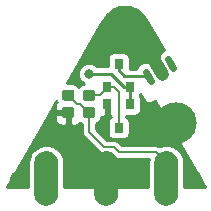
<source format=gbr>
G04 #@! TF.GenerationSoftware,KiCad,Pcbnew,5.0.1-33cea8e~68~ubuntu18.04.1*
G04 #@! TF.CreationDate,2018-11-19T12:32:52+01:00*
G04 #@! TF.ProjectId,Lulu_star_213,4C756C755F737461725F3231332E6B69,2.1.2*
G04 #@! TF.SameCoordinates,Original*
G04 #@! TF.FileFunction,Copper,L1,Top*
G04 #@! TF.FilePolarity,Positive*
%FSLAX46Y46*%
G04 Gerber Fmt 4.6, Leading zero omitted, Abs format (unit mm)*
G04 Created by KiCad (PCBNEW 5.0.1-33cea8e~68~ubuntu18.04.1) date Mon 19 Nov 2018 12:32:52 PM CET*
%MOMM*%
%LPD*%
G01*
G04 APERTURE LIST*
G04 #@! TA.AperFunction,Conductor*
%ADD10C,0.100000*%
G04 #@! TD*
G04 #@! TA.AperFunction,SMDPad,CuDef*
%ADD11C,2.000000*%
G04 #@! TD*
G04 #@! TA.AperFunction,ComponentPad*
%ADD12C,2.000000*%
G04 #@! TD*
G04 #@! TA.AperFunction,SMDPad,CuDef*
%ADD13C,2.480000*%
G04 #@! TD*
G04 #@! TA.AperFunction,ViaPad*
%ADD14C,0.400000*%
G04 #@! TD*
G04 #@! TA.AperFunction,ViaPad*
%ADD15C,1.000000*%
G04 #@! TD*
G04 #@! TA.AperFunction,ComponentPad*
%ADD16C,0.600000*%
G04 #@! TD*
G04 #@! TA.AperFunction,Conductor*
%ADD17C,0.600000*%
G04 #@! TD*
G04 #@! TA.AperFunction,ComponentPad*
%ADD18C,1.100000*%
G04 #@! TD*
G04 #@! TA.AperFunction,Conductor*
%ADD19C,1.100000*%
G04 #@! TD*
G04 #@! TA.AperFunction,SMDPad,CuDef*
%ADD20C,0.950000*%
G04 #@! TD*
G04 #@! TA.AperFunction,SMDPad,CuDef*
%ADD21R,0.800000X0.900000*%
G04 #@! TD*
G04 #@! TA.AperFunction,BGAPad,CuDef*
%ADD22C,3.500000*%
G04 #@! TD*
G04 #@! TA.AperFunction,ViaPad*
%ADD23C,0.800000*%
G04 #@! TD*
G04 #@! TA.AperFunction,Conductor*
%ADD24C,0.250000*%
G04 #@! TD*
G04 #@! TA.AperFunction,Conductor*
%ADD25C,0.150000*%
G04 #@! TD*
G04 #@! TA.AperFunction,Conductor*
%ADD26C,0.254000*%
G04 #@! TD*
G04 APERTURE END LIST*
D10*
G04 #@! TO.N,/PWM*
G04 #@! TO.C,J1*
G36*
X75091518Y-41900815D02*
X75188591Y-41915215D01*
X75283786Y-41939060D01*
X75376184Y-41972120D01*
X75464898Y-42014079D01*
X75549071Y-42064530D01*
X75627894Y-42122990D01*
X75700608Y-42188893D01*
X75766511Y-42261607D01*
X75824971Y-42340430D01*
X75875422Y-42424603D01*
X75917381Y-42513317D01*
X75950441Y-42605715D01*
X75974286Y-42700910D01*
X75988686Y-42797983D01*
X75993501Y-42896000D01*
X75993501Y-45496000D01*
X75988686Y-45594017D01*
X75974286Y-45691090D01*
X75950441Y-45786285D01*
X75917381Y-45878683D01*
X75875422Y-45967397D01*
X75824971Y-46051570D01*
X75766511Y-46130393D01*
X75700608Y-46203107D01*
X75627894Y-46269010D01*
X75549071Y-46327470D01*
X75464898Y-46377921D01*
X75376184Y-46419880D01*
X75283786Y-46452940D01*
X75188591Y-46476785D01*
X75091518Y-46491185D01*
X74993501Y-46496000D01*
X74993499Y-46496000D01*
X74895482Y-46491185D01*
X74798409Y-46476785D01*
X74703214Y-46452940D01*
X74610816Y-46419880D01*
X74522102Y-46377921D01*
X74437929Y-46327470D01*
X74359106Y-46269010D01*
X74286392Y-46203107D01*
X74220489Y-46130393D01*
X74162029Y-46051570D01*
X74111578Y-45967397D01*
X74069619Y-45878683D01*
X74036559Y-45786285D01*
X74012714Y-45691090D01*
X73998314Y-45594017D01*
X73993499Y-45496000D01*
X73993499Y-42896000D01*
X73998314Y-42797983D01*
X74012714Y-42700910D01*
X74036559Y-42605715D01*
X74069619Y-42513317D01*
X74111578Y-42424603D01*
X74162029Y-42340430D01*
X74220489Y-42261607D01*
X74286392Y-42188893D01*
X74359106Y-42122990D01*
X74437929Y-42064530D01*
X74522102Y-42014079D01*
X74610816Y-41972120D01*
X74703214Y-41939060D01*
X74798409Y-41915215D01*
X74895482Y-41900815D01*
X74993499Y-41896000D01*
X74993501Y-41896000D01*
X75091518Y-41900815D01*
X75091518Y-41900815D01*
G37*
D11*
G04 #@! TD*
G04 #@! TO.P,J1,3*
G04 #@! TO.N,/PWM*
X74993500Y-44196000D03*
D12*
G04 #@! TO.P,J1,3*
G04 #@! TO.N,/PWM*
X74993500Y-42896000D03*
X74993500Y-45496000D03*
G04 #@! TO.P,J1,2*
G04 #@! TO.N,GND*
X69913500Y-42896000D03*
D10*
G04 #@! TD*
G04 #@! TO.N,GND*
G04 #@! TO.C,J1*
G36*
X70011518Y-41900815D02*
X70108591Y-41915215D01*
X70203786Y-41939060D01*
X70296184Y-41972120D01*
X70384898Y-42014079D01*
X70469071Y-42064530D01*
X70547894Y-42122990D01*
X70620608Y-42188893D01*
X70686511Y-42261607D01*
X70744971Y-42340430D01*
X70795422Y-42424603D01*
X70837381Y-42513317D01*
X70870441Y-42605715D01*
X70894286Y-42700910D01*
X70908686Y-42797983D01*
X70913501Y-42896000D01*
X70913501Y-45496000D01*
X70908686Y-45594017D01*
X70894286Y-45691090D01*
X70870441Y-45786285D01*
X70837381Y-45878683D01*
X70795422Y-45967397D01*
X70744971Y-46051570D01*
X70686511Y-46130393D01*
X70620608Y-46203107D01*
X70547894Y-46269010D01*
X70469071Y-46327470D01*
X70384898Y-46377921D01*
X70296184Y-46419880D01*
X70203786Y-46452940D01*
X70108591Y-46476785D01*
X70011518Y-46491185D01*
X69913501Y-46496000D01*
X69913499Y-46496000D01*
X69815482Y-46491185D01*
X69718409Y-46476785D01*
X69623214Y-46452940D01*
X69530816Y-46419880D01*
X69442102Y-46377921D01*
X69357929Y-46327470D01*
X69279106Y-46269010D01*
X69206392Y-46203107D01*
X69140489Y-46130393D01*
X69082029Y-46051570D01*
X69031578Y-45967397D01*
X68989619Y-45878683D01*
X68956559Y-45786285D01*
X68932714Y-45691090D01*
X68918314Y-45594017D01*
X68913499Y-45496000D01*
X68913499Y-42896000D01*
X68918314Y-42797983D01*
X68932714Y-42700910D01*
X68956559Y-42605715D01*
X68989619Y-42513317D01*
X69031578Y-42424603D01*
X69082029Y-42340430D01*
X69140489Y-42261607D01*
X69206392Y-42188893D01*
X69279106Y-42122990D01*
X69357929Y-42064530D01*
X69442102Y-42014079D01*
X69530816Y-41972120D01*
X69623214Y-41939060D01*
X69718409Y-41915215D01*
X69815482Y-41900815D01*
X69913499Y-41896000D01*
X69913501Y-41896000D01*
X70011518Y-41900815D01*
X70011518Y-41900815D01*
G37*
D11*
G04 #@! TO.P,J1,2*
G04 #@! TO.N,GND*
X69913500Y-44196000D03*
D12*
X69913500Y-45496000D03*
D10*
G04 #@! TD*
G04 #@! TO.N,+3V3*
G04 #@! TO.C,J1*
G36*
X64931518Y-41900815D02*
X65028591Y-41915215D01*
X65123786Y-41939060D01*
X65216184Y-41972120D01*
X65304898Y-42014079D01*
X65389071Y-42064530D01*
X65467894Y-42122990D01*
X65540608Y-42188893D01*
X65606511Y-42261607D01*
X65664971Y-42340430D01*
X65715422Y-42424603D01*
X65757381Y-42513317D01*
X65790441Y-42605715D01*
X65814286Y-42700910D01*
X65828686Y-42797983D01*
X65833501Y-42896000D01*
X65833501Y-45496000D01*
X65828686Y-45594017D01*
X65814286Y-45691090D01*
X65790441Y-45786285D01*
X65757381Y-45878683D01*
X65715422Y-45967397D01*
X65664971Y-46051570D01*
X65606511Y-46130393D01*
X65540608Y-46203107D01*
X65467894Y-46269010D01*
X65389071Y-46327470D01*
X65304898Y-46377921D01*
X65216184Y-46419880D01*
X65123786Y-46452940D01*
X65028591Y-46476785D01*
X64931518Y-46491185D01*
X64833501Y-46496000D01*
X64833499Y-46496000D01*
X64735482Y-46491185D01*
X64638409Y-46476785D01*
X64543214Y-46452940D01*
X64450816Y-46419880D01*
X64362102Y-46377921D01*
X64277929Y-46327470D01*
X64199106Y-46269010D01*
X64126392Y-46203107D01*
X64060489Y-46130393D01*
X64002029Y-46051570D01*
X63951578Y-45967397D01*
X63909619Y-45878683D01*
X63876559Y-45786285D01*
X63852714Y-45691090D01*
X63838314Y-45594017D01*
X63833499Y-45496000D01*
X63833499Y-42896000D01*
X63838314Y-42797983D01*
X63852714Y-42700910D01*
X63876559Y-42605715D01*
X63909619Y-42513317D01*
X63951578Y-42424603D01*
X64002029Y-42340430D01*
X64060489Y-42261607D01*
X64126392Y-42188893D01*
X64199106Y-42122990D01*
X64277929Y-42064530D01*
X64362102Y-42014079D01*
X64450816Y-41972120D01*
X64543214Y-41939060D01*
X64638409Y-41915215D01*
X64735482Y-41900815D01*
X64833499Y-41896000D01*
X64833501Y-41896000D01*
X64931518Y-41900815D01*
X64931518Y-41900815D01*
G37*
D11*
G04 #@! TO.P,J1,1*
G04 #@! TO.N,+3V3*
X64833500Y-44196000D03*
D12*
X64833500Y-45496000D03*
X64833500Y-42896000D03*
G04 #@! TD*
D13*
G04 #@! TO.P,LED1,*
G04 #@! TO.N,GND*
X71513393Y-31356160D03*
D10*
G04 #@! TD*
G04 #@! TO.N,GND*
G04 #@! TO.C,LED1*
G36*
X71057673Y-30202938D02*
X71172903Y-30163823D01*
X71291412Y-30136191D01*
X71412058Y-30120307D01*
X71533681Y-30116327D01*
X71655109Y-30124285D01*
X71775171Y-30144108D01*
X71892712Y-30175603D01*
X72006601Y-30218467D01*
X72115739Y-30272289D01*
X72219078Y-30336548D01*
X72315619Y-30410626D01*
X72404435Y-30493811D01*
X72484669Y-30585301D01*
X72555549Y-30684215D01*
X72578657Y-30724239D01*
X72583935Y-30721191D01*
X74514335Y-34064742D01*
X73546465Y-34623542D01*
X72239374Y-32359594D01*
X72185338Y-32398316D01*
X72079954Y-32459160D01*
X71969113Y-32509382D01*
X71853883Y-32548497D01*
X71735374Y-32576129D01*
X71614728Y-32592013D01*
X71493105Y-32595993D01*
X71371677Y-32588035D01*
X71251615Y-32568212D01*
X71134074Y-32536717D01*
X71020185Y-32493853D01*
X70911047Y-32440031D01*
X70807708Y-32375772D01*
X70711167Y-32301694D01*
X70622351Y-32218509D01*
X70542117Y-32127019D01*
X70471237Y-32028105D01*
X70410393Y-31922721D01*
X70360171Y-31811880D01*
X70321056Y-31696650D01*
X70293424Y-31578141D01*
X70277540Y-31457495D01*
X70273560Y-31335872D01*
X70281518Y-31214444D01*
X70301341Y-31094382D01*
X70332836Y-30976841D01*
X70375700Y-30862952D01*
X70429522Y-30753814D01*
X70493781Y-30650475D01*
X70567859Y-30553934D01*
X70651044Y-30465118D01*
X70742534Y-30384884D01*
X70841448Y-30314004D01*
X70946832Y-30253160D01*
X71057673Y-30202938D01*
X71057673Y-30202938D01*
G37*
D14*
G04 #@! TO.N,GND*
G04 #@! TO.C,LED1*
X70765494Y-31787959D03*
D15*
X71513393Y-31356160D03*
D16*
G04 #@! TD*
G04 #@! TO.P,LED1,2*
G04 #@! TO.N,+3V3*
X75367628Y-34460289D03*
D17*
G04 #@! TO.N,+3V3*
G04 #@! TO.C,LED1*
X75142628Y-34070578D02*
X75592628Y-34850000D01*
D16*
G04 #@! TD*
G04 #@! TO.P,LED1,1*
G04 #@! TO.N,Net-(LED1-Pad1)*
X73462372Y-35560289D03*
D17*
G04 #@! TO.N,Net-(LED1-Pad1)*
G04 #@! TO.C,LED1*
X73237372Y-35170578D02*
X73687372Y-35950000D01*
D18*
G04 #@! TD*
G04 #@! TO.P,LED1,3*
G04 #@! TO.N,GND*
X74340000Y-34880385D03*
D19*
G04 #@! TO.N,GND*
G04 #@! TO.C,LED1*
X74040000Y-34360770D02*
X74640000Y-35400000D01*
D14*
X72250295Y-30930709D03*
X71944230Y-32102389D03*
X71086980Y-30617588D03*
X71727706Y-30533980D03*
X71283961Y-32190059D03*
X72339789Y-31578904D03*
X70683710Y-31135159D03*
G04 #@! TD*
D10*
G04 #@! TO.N,/PWM*
G04 #@! TO.C,R3*
G36*
X68754859Y-38154464D02*
X68777914Y-38157883D01*
X68800523Y-38163547D01*
X68822467Y-38171399D01*
X68843537Y-38181364D01*
X68863528Y-38193346D01*
X68882248Y-38207230D01*
X68899518Y-38222882D01*
X68915170Y-38240152D01*
X68929054Y-38258872D01*
X68941036Y-38278863D01*
X68951001Y-38299933D01*
X68958853Y-38321877D01*
X68964517Y-38344486D01*
X68967936Y-38367541D01*
X68969080Y-38390820D01*
X68969080Y-38865820D01*
X68967936Y-38889099D01*
X68964517Y-38912154D01*
X68958853Y-38934763D01*
X68951001Y-38956707D01*
X68941036Y-38977777D01*
X68929054Y-38997768D01*
X68915170Y-39016488D01*
X68899518Y-39033758D01*
X68882248Y-39049410D01*
X68863528Y-39063294D01*
X68843537Y-39075276D01*
X68822467Y-39085241D01*
X68800523Y-39093093D01*
X68777914Y-39098757D01*
X68754859Y-39102176D01*
X68731580Y-39103320D01*
X68156580Y-39103320D01*
X68133301Y-39102176D01*
X68110246Y-39098757D01*
X68087637Y-39093093D01*
X68065693Y-39085241D01*
X68044623Y-39075276D01*
X68024632Y-39063294D01*
X68005912Y-39049410D01*
X67988642Y-39033758D01*
X67972990Y-39016488D01*
X67959106Y-38997768D01*
X67947124Y-38977777D01*
X67937159Y-38956707D01*
X67929307Y-38934763D01*
X67923643Y-38912154D01*
X67920224Y-38889099D01*
X67919080Y-38865820D01*
X67919080Y-38390820D01*
X67920224Y-38367541D01*
X67923643Y-38344486D01*
X67929307Y-38321877D01*
X67937159Y-38299933D01*
X67947124Y-38278863D01*
X67959106Y-38258872D01*
X67972990Y-38240152D01*
X67988642Y-38222882D01*
X68005912Y-38207230D01*
X68024632Y-38193346D01*
X68044623Y-38181364D01*
X68065693Y-38171399D01*
X68087637Y-38163547D01*
X68110246Y-38157883D01*
X68133301Y-38154464D01*
X68156580Y-38153320D01*
X68731580Y-38153320D01*
X68754859Y-38154464D01*
X68754859Y-38154464D01*
G37*
D20*
G04 #@! TD*
G04 #@! TO.P,R3,1*
G04 #@! TO.N,/PWM*
X68444080Y-38628320D03*
D10*
G04 #@! TO.N,GND*
G04 #@! TO.C,R3*
G36*
X67004859Y-38154464D02*
X67027914Y-38157883D01*
X67050523Y-38163547D01*
X67072467Y-38171399D01*
X67093537Y-38181364D01*
X67113528Y-38193346D01*
X67132248Y-38207230D01*
X67149518Y-38222882D01*
X67165170Y-38240152D01*
X67179054Y-38258872D01*
X67191036Y-38278863D01*
X67201001Y-38299933D01*
X67208853Y-38321877D01*
X67214517Y-38344486D01*
X67217936Y-38367541D01*
X67219080Y-38390820D01*
X67219080Y-38865820D01*
X67217936Y-38889099D01*
X67214517Y-38912154D01*
X67208853Y-38934763D01*
X67201001Y-38956707D01*
X67191036Y-38977777D01*
X67179054Y-38997768D01*
X67165170Y-39016488D01*
X67149518Y-39033758D01*
X67132248Y-39049410D01*
X67113528Y-39063294D01*
X67093537Y-39075276D01*
X67072467Y-39085241D01*
X67050523Y-39093093D01*
X67027914Y-39098757D01*
X67004859Y-39102176D01*
X66981580Y-39103320D01*
X66406580Y-39103320D01*
X66383301Y-39102176D01*
X66360246Y-39098757D01*
X66337637Y-39093093D01*
X66315693Y-39085241D01*
X66294623Y-39075276D01*
X66274632Y-39063294D01*
X66255912Y-39049410D01*
X66238642Y-39033758D01*
X66222990Y-39016488D01*
X66209106Y-38997768D01*
X66197124Y-38977777D01*
X66187159Y-38956707D01*
X66179307Y-38934763D01*
X66173643Y-38912154D01*
X66170224Y-38889099D01*
X66169080Y-38865820D01*
X66169080Y-38390820D01*
X66170224Y-38367541D01*
X66173643Y-38344486D01*
X66179307Y-38321877D01*
X66187159Y-38299933D01*
X66197124Y-38278863D01*
X66209106Y-38258872D01*
X66222990Y-38240152D01*
X66238642Y-38222882D01*
X66255912Y-38207230D01*
X66274632Y-38193346D01*
X66294623Y-38181364D01*
X66315693Y-38171399D01*
X66337637Y-38163547D01*
X66360246Y-38157883D01*
X66383301Y-38154464D01*
X66406580Y-38153320D01*
X66981580Y-38153320D01*
X67004859Y-38154464D01*
X67004859Y-38154464D01*
G37*
D20*
G04 #@! TD*
G04 #@! TO.P,R3,2*
G04 #@! TO.N,GND*
X66694080Y-38628320D03*
D21*
G04 #@! TO.P,T1,1*
G04 #@! TO.N,Net-(Q1-Pad2)*
X71902360Y-37928040D03*
G04 #@! TO.P,T1,2*
G04 #@! TO.N,GND*
X70002360Y-37928040D03*
G04 #@! TO.P,T1,3*
G04 #@! TO.N,Net-(Q1-Pad1)*
X70952360Y-39928040D03*
G04 #@! TD*
G04 #@! TO.P,Q1,3*
G04 #@! TO.N,Net-(LED1-Pad1)*
X70952360Y-34508519D03*
G04 #@! TO.P,Q1,2*
G04 #@! TO.N,Net-(Q1-Pad2)*
X71902360Y-36508519D03*
G04 #@! TO.P,Q1,1*
G04 #@! TO.N,Net-(Q1-Pad1)*
X70002360Y-36508519D03*
G04 #@! TD*
D10*
G04 #@! TO.N,Net-(Q1-Pad1)*
G04 #@! TO.C,R1*
G36*
X68754859Y-36691424D02*
X68777914Y-36694843D01*
X68800523Y-36700507D01*
X68822467Y-36708359D01*
X68843537Y-36718324D01*
X68863528Y-36730306D01*
X68882248Y-36744190D01*
X68899518Y-36759842D01*
X68915170Y-36777112D01*
X68929054Y-36795832D01*
X68941036Y-36815823D01*
X68951001Y-36836893D01*
X68958853Y-36858837D01*
X68964517Y-36881446D01*
X68967936Y-36904501D01*
X68969080Y-36927780D01*
X68969080Y-37402780D01*
X68967936Y-37426059D01*
X68964517Y-37449114D01*
X68958853Y-37471723D01*
X68951001Y-37493667D01*
X68941036Y-37514737D01*
X68929054Y-37534728D01*
X68915170Y-37553448D01*
X68899518Y-37570718D01*
X68882248Y-37586370D01*
X68863528Y-37600254D01*
X68843537Y-37612236D01*
X68822467Y-37622201D01*
X68800523Y-37630053D01*
X68777914Y-37635717D01*
X68754859Y-37639136D01*
X68731580Y-37640280D01*
X68156580Y-37640280D01*
X68133301Y-37639136D01*
X68110246Y-37635717D01*
X68087637Y-37630053D01*
X68065693Y-37622201D01*
X68044623Y-37612236D01*
X68024632Y-37600254D01*
X68005912Y-37586370D01*
X67988642Y-37570718D01*
X67972990Y-37553448D01*
X67959106Y-37534728D01*
X67947124Y-37514737D01*
X67937159Y-37493667D01*
X67929307Y-37471723D01*
X67923643Y-37449114D01*
X67920224Y-37426059D01*
X67919080Y-37402780D01*
X67919080Y-36927780D01*
X67920224Y-36904501D01*
X67923643Y-36881446D01*
X67929307Y-36858837D01*
X67937159Y-36836893D01*
X67947124Y-36815823D01*
X67959106Y-36795832D01*
X67972990Y-36777112D01*
X67988642Y-36759842D01*
X68005912Y-36744190D01*
X68024632Y-36730306D01*
X68044623Y-36718324D01*
X68065693Y-36708359D01*
X68087637Y-36700507D01*
X68110246Y-36694843D01*
X68133301Y-36691424D01*
X68156580Y-36690280D01*
X68731580Y-36690280D01*
X68754859Y-36691424D01*
X68754859Y-36691424D01*
G37*
D20*
G04 #@! TD*
G04 #@! TO.P,R1,1*
G04 #@! TO.N,Net-(Q1-Pad1)*
X68444080Y-37165280D03*
D10*
G04 #@! TO.N,/PWM*
G04 #@! TO.C,R1*
G36*
X67004859Y-36691424D02*
X67027914Y-36694843D01*
X67050523Y-36700507D01*
X67072467Y-36708359D01*
X67093537Y-36718324D01*
X67113528Y-36730306D01*
X67132248Y-36744190D01*
X67149518Y-36759842D01*
X67165170Y-36777112D01*
X67179054Y-36795832D01*
X67191036Y-36815823D01*
X67201001Y-36836893D01*
X67208853Y-36858837D01*
X67214517Y-36881446D01*
X67217936Y-36904501D01*
X67219080Y-36927780D01*
X67219080Y-37402780D01*
X67217936Y-37426059D01*
X67214517Y-37449114D01*
X67208853Y-37471723D01*
X67201001Y-37493667D01*
X67191036Y-37514737D01*
X67179054Y-37534728D01*
X67165170Y-37553448D01*
X67149518Y-37570718D01*
X67132248Y-37586370D01*
X67113528Y-37600254D01*
X67093537Y-37612236D01*
X67072467Y-37622201D01*
X67050523Y-37630053D01*
X67027914Y-37635717D01*
X67004859Y-37639136D01*
X66981580Y-37640280D01*
X66406580Y-37640280D01*
X66383301Y-37639136D01*
X66360246Y-37635717D01*
X66337637Y-37630053D01*
X66315693Y-37622201D01*
X66294623Y-37612236D01*
X66274632Y-37600254D01*
X66255912Y-37586370D01*
X66238642Y-37570718D01*
X66222990Y-37553448D01*
X66209106Y-37534728D01*
X66197124Y-37514737D01*
X66187159Y-37493667D01*
X66179307Y-37471723D01*
X66173643Y-37449114D01*
X66170224Y-37426059D01*
X66169080Y-37402780D01*
X66169080Y-36927780D01*
X66170224Y-36904501D01*
X66173643Y-36881446D01*
X66179307Y-36858837D01*
X66187159Y-36836893D01*
X66197124Y-36815823D01*
X66209106Y-36795832D01*
X66222990Y-36777112D01*
X66238642Y-36759842D01*
X66255912Y-36744190D01*
X66274632Y-36730306D01*
X66294623Y-36718324D01*
X66315693Y-36708359D01*
X66337637Y-36700507D01*
X66360246Y-36694843D01*
X66383301Y-36691424D01*
X66406580Y-36690280D01*
X66981580Y-36690280D01*
X67004859Y-36691424D01*
X67004859Y-36691424D01*
G37*
D20*
G04 #@! TD*
G04 #@! TO.P,R1,2*
G04 #@! TO.N,/PWM*
X66694080Y-37165280D03*
D22*
G04 #@! TO.P,P1,*
G04 #@! TO.N,GND*
X75800000Y-39550000D03*
G04 #@! TD*
D23*
G04 #@! TO.N,Net-(Q1-Pad2)*
X68450460Y-35364420D03*
D15*
G04 #@! TO.N,GND*
X67373500Y-44180000D03*
X77533500Y-44180000D03*
X62293500Y-44180000D03*
X72453500Y-44180000D03*
D23*
X73804780Y-40772080D03*
G04 #@! TD*
D24*
G04 #@! TO.N,Net-(Q1-Pad2)*
X71902360Y-36508519D02*
X71902360Y-37928040D01*
X71437362Y-36508519D02*
X71902360Y-36508519D01*
X68450460Y-35364420D02*
X68620640Y-35194240D01*
X70293263Y-35364420D02*
X68450460Y-35364420D01*
X71437362Y-36508519D02*
X70293263Y-35364420D01*
D25*
G04 #@! TO.N,Net-(Q1-Pad1)*
X69886706Y-36508519D02*
X70002360Y-36508519D01*
X70002360Y-36508519D02*
X70002360Y-36558519D01*
X70952360Y-39328040D02*
X70952360Y-39928040D01*
X70952360Y-36908519D02*
X70952360Y-39328040D01*
X70002360Y-36508519D02*
X70552360Y-36508519D01*
X70552360Y-36508519D02*
X70952360Y-36908519D01*
X69345599Y-37165280D02*
X70002360Y-36508519D01*
X68444080Y-37165280D02*
X69345599Y-37165280D01*
G04 #@! TO.N,/PWM*
X66694080Y-37165280D02*
X67423060Y-37894260D01*
X67710020Y-37894260D02*
X68444080Y-38628320D01*
X67423060Y-37894260D02*
X67710020Y-37894260D01*
X68444080Y-40260240D02*
X68444080Y-38628320D01*
X70578980Y-41569640D02*
X69753480Y-41569640D01*
X71000620Y-41991280D02*
X70578980Y-41569640D01*
X74993500Y-42896000D02*
X74088780Y-41991280D01*
X69753480Y-41569640D02*
X68444080Y-40260240D01*
X74088780Y-41991280D02*
X71000620Y-41991280D01*
D24*
G04 #@! TO.N,Net-(LED1-Pad1)*
X71452580Y-35570000D02*
X73430000Y-35570000D01*
X70952360Y-34508519D02*
X70952360Y-35069780D01*
X70952360Y-35069780D02*
X71452580Y-35570000D01*
G04 #@! TO.N,+3V3*
X65398000Y-43758000D02*
X65398000Y-42488000D01*
G04 #@! TD*
D26*
G04 #@! TO.N,GND*
G36*
X73075906Y-37571868D02*
X73087389Y-37597185D01*
X73116911Y-37638349D01*
X73146419Y-37680003D01*
X73147559Y-37681082D01*
X73148463Y-37682343D01*
X73185461Y-37716969D01*
X73222516Y-37752054D01*
X73223838Y-37752886D01*
X73224976Y-37753951D01*
X73268130Y-37780763D01*
X73311206Y-37807874D01*
X73312664Y-37808432D01*
X73313989Y-37809255D01*
X73361569Y-37827142D01*
X73409082Y-37845320D01*
X73410621Y-37845583D01*
X73412082Y-37846132D01*
X73462268Y-37854397D01*
X73512384Y-37862951D01*
X73513944Y-37862908D01*
X73515484Y-37863162D01*
X73566281Y-37861480D01*
X73617139Y-37860091D01*
X73618662Y-37859745D01*
X73620219Y-37859693D01*
X73669708Y-37848134D01*
X73719324Y-37836848D01*
X73720748Y-37836212D01*
X73722268Y-37835857D01*
X73768630Y-37814830D01*
X73815011Y-37794117D01*
X73837699Y-37778045D01*
X74028187Y-37667968D01*
X78235672Y-44955920D01*
X76523050Y-44955920D01*
X76523050Y-42896000D01*
X76520500Y-42870110D01*
X76520500Y-42745604D01*
X76496210Y-42623486D01*
X76493660Y-42597600D01*
X76486110Y-42572711D01*
X76461819Y-42450590D01*
X76414170Y-42335555D01*
X76406620Y-42310667D01*
X76394359Y-42287728D01*
X76346710Y-42172694D01*
X76277538Y-42069170D01*
X76265275Y-42046228D01*
X76248773Y-42026120D01*
X76179599Y-41922594D01*
X76091550Y-41834545D01*
X76075055Y-41814446D01*
X76054956Y-41797951D01*
X75966906Y-41709901D01*
X75863379Y-41640727D01*
X75843273Y-41624226D01*
X75820333Y-41611964D01*
X75716806Y-41542790D01*
X75601768Y-41495139D01*
X75578834Y-41482881D01*
X75553951Y-41475333D01*
X75438910Y-41427681D01*
X75316783Y-41403389D01*
X75291901Y-41395841D01*
X75266023Y-41393292D01*
X75143896Y-41369000D01*
X75019381Y-41369000D01*
X74993501Y-41366451D01*
X74993499Y-41366451D01*
X74967619Y-41369000D01*
X74843104Y-41369000D01*
X74720977Y-41393292D01*
X74695099Y-41395841D01*
X74670217Y-41403389D01*
X74548090Y-41427681D01*
X74433049Y-41475333D01*
X74412326Y-41481619D01*
X74320270Y-41432414D01*
X74206792Y-41397991D01*
X74118346Y-41389280D01*
X74118336Y-41389280D01*
X74088780Y-41386369D01*
X74059224Y-41389280D01*
X71249976Y-41389280D01*
X71025568Y-41164873D01*
X71006717Y-41141903D01*
X70915051Y-41066674D01*
X70810470Y-41010774D01*
X70696992Y-40976351D01*
X70608546Y-40967640D01*
X70608536Y-40967640D01*
X70578980Y-40964729D01*
X70549424Y-40967640D01*
X70002837Y-40967640D01*
X69046080Y-40010885D01*
X69046080Y-39563276D01*
X69157730Y-39503598D01*
X69273966Y-39408206D01*
X69369358Y-39291970D01*
X69440241Y-39159357D01*
X69483890Y-39015464D01*
X69485199Y-39002175D01*
X69539818Y-39013040D01*
X69716610Y-39013040D01*
X69875360Y-38854290D01*
X69875360Y-38055040D01*
X69855360Y-38055040D01*
X69855360Y-37801040D01*
X69875360Y-37801040D01*
X69875360Y-37781040D01*
X70129360Y-37781040D01*
X70129360Y-37801040D01*
X70149360Y-37801040D01*
X70149360Y-38055040D01*
X70129360Y-38055040D01*
X70129360Y-38854290D01*
X70288110Y-39013040D01*
X70304361Y-39013040D01*
X70258158Y-39037736D01*
X70177912Y-39103592D01*
X70112056Y-39183838D01*
X70063121Y-39275390D01*
X70032986Y-39374730D01*
X70022811Y-39478040D01*
X70022811Y-40378040D01*
X70032986Y-40481350D01*
X70063121Y-40580690D01*
X70112056Y-40672242D01*
X70177912Y-40752488D01*
X70258158Y-40818344D01*
X70349710Y-40867279D01*
X70449050Y-40897414D01*
X70552360Y-40907589D01*
X71352360Y-40907589D01*
X71455670Y-40897414D01*
X71555010Y-40867279D01*
X71646562Y-40818344D01*
X71726808Y-40752488D01*
X71792664Y-40672242D01*
X71841599Y-40580690D01*
X71871734Y-40481350D01*
X71881909Y-40378040D01*
X71881909Y-39478040D01*
X71871734Y-39374730D01*
X71841599Y-39275390D01*
X71792664Y-39183838D01*
X71726808Y-39103592D01*
X71646562Y-39037736D01*
X71555010Y-38988801D01*
X71554360Y-38988604D01*
X71554360Y-38907589D01*
X72302360Y-38907589D01*
X72405670Y-38897414D01*
X72505010Y-38867279D01*
X72596562Y-38818344D01*
X72676808Y-38752488D01*
X72742664Y-38672242D01*
X72791599Y-38580690D01*
X72821734Y-38481350D01*
X72831909Y-38378040D01*
X72831909Y-37478040D01*
X72821734Y-37374730D01*
X72791599Y-37275390D01*
X72761073Y-37218280D01*
X72791599Y-37161169D01*
X72809016Y-37103754D01*
X73075906Y-37571868D01*
X73075906Y-37571868D01*
G37*
X73075906Y-37571868D02*
X73087389Y-37597185D01*
X73116911Y-37638349D01*
X73146419Y-37680003D01*
X73147559Y-37681082D01*
X73148463Y-37682343D01*
X73185461Y-37716969D01*
X73222516Y-37752054D01*
X73223838Y-37752886D01*
X73224976Y-37753951D01*
X73268130Y-37780763D01*
X73311206Y-37807874D01*
X73312664Y-37808432D01*
X73313989Y-37809255D01*
X73361569Y-37827142D01*
X73409082Y-37845320D01*
X73410621Y-37845583D01*
X73412082Y-37846132D01*
X73462268Y-37854397D01*
X73512384Y-37862951D01*
X73513944Y-37862908D01*
X73515484Y-37863162D01*
X73566281Y-37861480D01*
X73617139Y-37860091D01*
X73618662Y-37859745D01*
X73620219Y-37859693D01*
X73669708Y-37848134D01*
X73719324Y-37836848D01*
X73720748Y-37836212D01*
X73722268Y-37835857D01*
X73768630Y-37814830D01*
X73815011Y-37794117D01*
X73837699Y-37778045D01*
X74028187Y-37667968D01*
X78235672Y-44955920D01*
X76523050Y-44955920D01*
X76523050Y-42896000D01*
X76520500Y-42870110D01*
X76520500Y-42745604D01*
X76496210Y-42623486D01*
X76493660Y-42597600D01*
X76486110Y-42572711D01*
X76461819Y-42450590D01*
X76414170Y-42335555D01*
X76406620Y-42310667D01*
X76394359Y-42287728D01*
X76346710Y-42172694D01*
X76277538Y-42069170D01*
X76265275Y-42046228D01*
X76248773Y-42026120D01*
X76179599Y-41922594D01*
X76091550Y-41834545D01*
X76075055Y-41814446D01*
X76054956Y-41797951D01*
X75966906Y-41709901D01*
X75863379Y-41640727D01*
X75843273Y-41624226D01*
X75820333Y-41611964D01*
X75716806Y-41542790D01*
X75601768Y-41495139D01*
X75578834Y-41482881D01*
X75553951Y-41475333D01*
X75438910Y-41427681D01*
X75316783Y-41403389D01*
X75291901Y-41395841D01*
X75266023Y-41393292D01*
X75143896Y-41369000D01*
X75019381Y-41369000D01*
X74993501Y-41366451D01*
X74993499Y-41366451D01*
X74967619Y-41369000D01*
X74843104Y-41369000D01*
X74720977Y-41393292D01*
X74695099Y-41395841D01*
X74670217Y-41403389D01*
X74548090Y-41427681D01*
X74433049Y-41475333D01*
X74412326Y-41481619D01*
X74320270Y-41432414D01*
X74206792Y-41397991D01*
X74118346Y-41389280D01*
X74118336Y-41389280D01*
X74088780Y-41386369D01*
X74059224Y-41389280D01*
X71249976Y-41389280D01*
X71025568Y-41164873D01*
X71006717Y-41141903D01*
X70915051Y-41066674D01*
X70810470Y-41010774D01*
X70696992Y-40976351D01*
X70608546Y-40967640D01*
X70608536Y-40967640D01*
X70578980Y-40964729D01*
X70549424Y-40967640D01*
X70002837Y-40967640D01*
X69046080Y-40010885D01*
X69046080Y-39563276D01*
X69157730Y-39503598D01*
X69273966Y-39408206D01*
X69369358Y-39291970D01*
X69440241Y-39159357D01*
X69483890Y-39015464D01*
X69485199Y-39002175D01*
X69539818Y-39013040D01*
X69716610Y-39013040D01*
X69875360Y-38854290D01*
X69875360Y-38055040D01*
X69855360Y-38055040D01*
X69855360Y-37801040D01*
X69875360Y-37801040D01*
X69875360Y-37781040D01*
X70129360Y-37781040D01*
X70129360Y-37801040D01*
X70149360Y-37801040D01*
X70149360Y-38055040D01*
X70129360Y-38055040D01*
X70129360Y-38854290D01*
X70288110Y-39013040D01*
X70304361Y-39013040D01*
X70258158Y-39037736D01*
X70177912Y-39103592D01*
X70112056Y-39183838D01*
X70063121Y-39275390D01*
X70032986Y-39374730D01*
X70022811Y-39478040D01*
X70022811Y-40378040D01*
X70032986Y-40481350D01*
X70063121Y-40580690D01*
X70112056Y-40672242D01*
X70177912Y-40752488D01*
X70258158Y-40818344D01*
X70349710Y-40867279D01*
X70449050Y-40897414D01*
X70552360Y-40907589D01*
X71352360Y-40907589D01*
X71455670Y-40897414D01*
X71555010Y-40867279D01*
X71646562Y-40818344D01*
X71726808Y-40752488D01*
X71792664Y-40672242D01*
X71841599Y-40580690D01*
X71871734Y-40481350D01*
X71881909Y-40378040D01*
X71881909Y-39478040D01*
X71871734Y-39374730D01*
X71841599Y-39275390D01*
X71792664Y-39183838D01*
X71726808Y-39103592D01*
X71646562Y-39037736D01*
X71555010Y-38988801D01*
X71554360Y-38988604D01*
X71554360Y-38907589D01*
X72302360Y-38907589D01*
X72405670Y-38897414D01*
X72505010Y-38867279D01*
X72596562Y-38818344D01*
X72676808Y-38752488D01*
X72742664Y-38672242D01*
X72791599Y-38580690D01*
X72821734Y-38481350D01*
X72831909Y-38378040D01*
X72831909Y-37478040D01*
X72821734Y-37374730D01*
X72791599Y-37275390D01*
X72761073Y-37218280D01*
X72791599Y-37161169D01*
X72809016Y-37103754D01*
X73075906Y-37571868D01*
G36*
X65697919Y-37696317D02*
X65708417Y-37715957D01*
X65675843Y-37748531D01*
X65606350Y-37852535D01*
X65558483Y-37968097D01*
X65534080Y-38090778D01*
X65534080Y-38342570D01*
X65692830Y-38501320D01*
X66567080Y-38501320D01*
X66567080Y-38481320D01*
X66821080Y-38481320D01*
X66821080Y-38501320D01*
X66841080Y-38501320D01*
X66841080Y-38755320D01*
X66821080Y-38755320D01*
X66821080Y-39579570D01*
X66979830Y-39738320D01*
X67281622Y-39738320D01*
X67404303Y-39713917D01*
X67519865Y-39666050D01*
X67623869Y-39596557D01*
X67712317Y-39508109D01*
X67720678Y-39495595D01*
X67730430Y-39503598D01*
X67842080Y-39563276D01*
X67842080Y-40230683D01*
X67839169Y-40260240D01*
X67842080Y-40289796D01*
X67842080Y-40289805D01*
X67850791Y-40378251D01*
X67885214Y-40491729D01*
X67941114Y-40596310D01*
X68016343Y-40687977D01*
X68039314Y-40706829D01*
X69306900Y-41974417D01*
X69325743Y-41997377D01*
X69348703Y-42016220D01*
X69348707Y-42016224D01*
X69404396Y-42061926D01*
X69417409Y-42072606D01*
X69521990Y-42128506D01*
X69635468Y-42162929D01*
X69723914Y-42171640D01*
X69723923Y-42171640D01*
X69753479Y-42174551D01*
X69783036Y-42171640D01*
X70329625Y-42171640D01*
X70554035Y-42396051D01*
X70572883Y-42419017D01*
X70664549Y-42494246D01*
X70769130Y-42550146D01*
X70882608Y-42584569D01*
X70971054Y-42593280D01*
X70971063Y-42593280D01*
X71000619Y-42596191D01*
X71030176Y-42593280D01*
X73494650Y-42593280D01*
X73493340Y-42597600D01*
X73490790Y-42623486D01*
X73466500Y-42745604D01*
X73466500Y-42870110D01*
X73463950Y-42896000D01*
X73463950Y-44955920D01*
X66363050Y-44955920D01*
X66363050Y-42896000D01*
X66360500Y-42870110D01*
X66360500Y-42745604D01*
X66336210Y-42623486D01*
X66333660Y-42597600D01*
X66326110Y-42572711D01*
X66301819Y-42450590D01*
X66254170Y-42335555D01*
X66246620Y-42310667D01*
X66234359Y-42287728D01*
X66186710Y-42172694D01*
X66117538Y-42069170D01*
X66105275Y-42046228D01*
X66088773Y-42026120D01*
X66019599Y-41922594D01*
X65931550Y-41834545D01*
X65915055Y-41814446D01*
X65894956Y-41797951D01*
X65806906Y-41709901D01*
X65703379Y-41640727D01*
X65683273Y-41624226D01*
X65660333Y-41611964D01*
X65556806Y-41542790D01*
X65441768Y-41495139D01*
X65418834Y-41482881D01*
X65393951Y-41475333D01*
X65278910Y-41427681D01*
X65156783Y-41403389D01*
X65131901Y-41395841D01*
X65106023Y-41393292D01*
X64983896Y-41369000D01*
X64859381Y-41369000D01*
X64833501Y-41366451D01*
X64833499Y-41366451D01*
X64807619Y-41369000D01*
X64683104Y-41369000D01*
X64560977Y-41393292D01*
X64535099Y-41395841D01*
X64510217Y-41403389D01*
X64388090Y-41427681D01*
X64273049Y-41475333D01*
X64248166Y-41482881D01*
X64225232Y-41495139D01*
X64110194Y-41542790D01*
X64006667Y-41611964D01*
X63983727Y-41624226D01*
X63963621Y-41640727D01*
X63860094Y-41709901D01*
X63772044Y-41797951D01*
X63751945Y-41814446D01*
X63735450Y-41834545D01*
X63647401Y-41922594D01*
X63578227Y-42026120D01*
X63561725Y-42046228D01*
X63549462Y-42069170D01*
X63480290Y-42172694D01*
X63432641Y-42287728D01*
X63420380Y-42310667D01*
X63412830Y-42335555D01*
X63365181Y-42450590D01*
X63340890Y-42572711D01*
X63333340Y-42597600D01*
X63330790Y-42623486D01*
X63306500Y-42745604D01*
X63306500Y-42870110D01*
X63303950Y-42896000D01*
X63303950Y-44955920D01*
X61468100Y-44955920D01*
X64958409Y-38914070D01*
X65534080Y-38914070D01*
X65534080Y-39165862D01*
X65558483Y-39288543D01*
X65606350Y-39404105D01*
X65675843Y-39508109D01*
X65764291Y-39596557D01*
X65868295Y-39666050D01*
X65983857Y-39713917D01*
X66106538Y-39738320D01*
X66408330Y-39738320D01*
X66567080Y-39579570D01*
X66567080Y-38755320D01*
X65692830Y-38755320D01*
X65534080Y-38914070D01*
X64958409Y-38914070D01*
X65685515Y-37655425D01*
X65697919Y-37696317D01*
X65697919Y-37696317D01*
G37*
X65697919Y-37696317D02*
X65708417Y-37715957D01*
X65675843Y-37748531D01*
X65606350Y-37852535D01*
X65558483Y-37968097D01*
X65534080Y-38090778D01*
X65534080Y-38342570D01*
X65692830Y-38501320D01*
X66567080Y-38501320D01*
X66567080Y-38481320D01*
X66821080Y-38481320D01*
X66821080Y-38501320D01*
X66841080Y-38501320D01*
X66841080Y-38755320D01*
X66821080Y-38755320D01*
X66821080Y-39579570D01*
X66979830Y-39738320D01*
X67281622Y-39738320D01*
X67404303Y-39713917D01*
X67519865Y-39666050D01*
X67623869Y-39596557D01*
X67712317Y-39508109D01*
X67720678Y-39495595D01*
X67730430Y-39503598D01*
X67842080Y-39563276D01*
X67842080Y-40230683D01*
X67839169Y-40260240D01*
X67842080Y-40289796D01*
X67842080Y-40289805D01*
X67850791Y-40378251D01*
X67885214Y-40491729D01*
X67941114Y-40596310D01*
X68016343Y-40687977D01*
X68039314Y-40706829D01*
X69306900Y-41974417D01*
X69325743Y-41997377D01*
X69348703Y-42016220D01*
X69348707Y-42016224D01*
X69404396Y-42061926D01*
X69417409Y-42072606D01*
X69521990Y-42128506D01*
X69635468Y-42162929D01*
X69723914Y-42171640D01*
X69723923Y-42171640D01*
X69753479Y-42174551D01*
X69783036Y-42171640D01*
X70329625Y-42171640D01*
X70554035Y-42396051D01*
X70572883Y-42419017D01*
X70664549Y-42494246D01*
X70769130Y-42550146D01*
X70882608Y-42584569D01*
X70971054Y-42593280D01*
X70971063Y-42593280D01*
X71000619Y-42596191D01*
X71030176Y-42593280D01*
X73494650Y-42593280D01*
X73493340Y-42597600D01*
X73490790Y-42623486D01*
X73466500Y-42745604D01*
X73466500Y-42870110D01*
X73463950Y-42896000D01*
X73463950Y-44955920D01*
X66363050Y-44955920D01*
X66363050Y-42896000D01*
X66360500Y-42870110D01*
X66360500Y-42745604D01*
X66336210Y-42623486D01*
X66333660Y-42597600D01*
X66326110Y-42572711D01*
X66301819Y-42450590D01*
X66254170Y-42335555D01*
X66246620Y-42310667D01*
X66234359Y-42287728D01*
X66186710Y-42172694D01*
X66117538Y-42069170D01*
X66105275Y-42046228D01*
X66088773Y-42026120D01*
X66019599Y-41922594D01*
X65931550Y-41834545D01*
X65915055Y-41814446D01*
X65894956Y-41797951D01*
X65806906Y-41709901D01*
X65703379Y-41640727D01*
X65683273Y-41624226D01*
X65660333Y-41611964D01*
X65556806Y-41542790D01*
X65441768Y-41495139D01*
X65418834Y-41482881D01*
X65393951Y-41475333D01*
X65278910Y-41427681D01*
X65156783Y-41403389D01*
X65131901Y-41395841D01*
X65106023Y-41393292D01*
X64983896Y-41369000D01*
X64859381Y-41369000D01*
X64833501Y-41366451D01*
X64833499Y-41366451D01*
X64807619Y-41369000D01*
X64683104Y-41369000D01*
X64560977Y-41393292D01*
X64535099Y-41395841D01*
X64510217Y-41403389D01*
X64388090Y-41427681D01*
X64273049Y-41475333D01*
X64248166Y-41482881D01*
X64225232Y-41495139D01*
X64110194Y-41542790D01*
X64006667Y-41611964D01*
X63983727Y-41624226D01*
X63963621Y-41640727D01*
X63860094Y-41709901D01*
X63772044Y-41797951D01*
X63751945Y-41814446D01*
X63735450Y-41834545D01*
X63647401Y-41922594D01*
X63578227Y-42026120D01*
X63561725Y-42046228D01*
X63549462Y-42069170D01*
X63480290Y-42172694D01*
X63432641Y-42287728D01*
X63420380Y-42310667D01*
X63412830Y-42335555D01*
X63365181Y-42450590D01*
X63340890Y-42572711D01*
X63333340Y-42597600D01*
X63330790Y-42623486D01*
X63306500Y-42745604D01*
X63306500Y-42870110D01*
X63303950Y-42896000D01*
X63303950Y-44955920D01*
X61468100Y-44955920D01*
X64958409Y-38914070D01*
X65534080Y-38914070D01*
X65534080Y-39165862D01*
X65558483Y-39288543D01*
X65606350Y-39404105D01*
X65675843Y-39508109D01*
X65764291Y-39596557D01*
X65868295Y-39666050D01*
X65983857Y-39713917D01*
X66106538Y-39738320D01*
X66408330Y-39738320D01*
X66567080Y-39579570D01*
X66567080Y-38755320D01*
X65692830Y-38755320D01*
X65534080Y-38914070D01*
X64958409Y-38914070D01*
X65685515Y-37655425D01*
X65697919Y-37696317D01*
G36*
X71634737Y-29686263D02*
X71792184Y-29706723D01*
X71942294Y-29739589D01*
X72085316Y-29784141D01*
X72223787Y-29840122D01*
X72356680Y-29906392D01*
X72484793Y-29982921D01*
X72608032Y-30069126D01*
X72726850Y-30164926D01*
X72841746Y-30269832D01*
X72951596Y-30382350D01*
X73056428Y-30501957D01*
X73156454Y-30628310D01*
X73251382Y-30759291D01*
X73340147Y-30894252D01*
X73426390Y-31036803D01*
X74758055Y-33336898D01*
X74727128Y-33350911D01*
X74594711Y-33445799D01*
X74483351Y-33564697D01*
X74397327Y-33703036D01*
X74339944Y-33855500D01*
X74313407Y-34016229D01*
X74318737Y-34179046D01*
X74355728Y-34337695D01*
X74406114Y-34448896D01*
X74613499Y-34808098D01*
X74140657Y-35081115D01*
X73933262Y-34721897D01*
X73862151Y-34622661D01*
X73743253Y-34511301D01*
X73604914Y-34425277D01*
X73452450Y-34367894D01*
X73291721Y-34341357D01*
X73128904Y-34346687D01*
X72970255Y-34383678D01*
X72821872Y-34450911D01*
X72689455Y-34545799D01*
X72578095Y-34664697D01*
X72492071Y-34803036D01*
X72448802Y-34918000D01*
X71881909Y-34918000D01*
X71881909Y-34058519D01*
X71871734Y-33955209D01*
X71841599Y-33855869D01*
X71792664Y-33764317D01*
X71726808Y-33684071D01*
X71646562Y-33618215D01*
X71555010Y-33569280D01*
X71455670Y-33539145D01*
X71352360Y-33528970D01*
X70552360Y-33528970D01*
X70449050Y-33539145D01*
X70349710Y-33569280D01*
X70258158Y-33618215D01*
X70177912Y-33684071D01*
X70112056Y-33764317D01*
X70063121Y-33855869D01*
X70032986Y-33955209D01*
X70022811Y-34058519D01*
X70022811Y-34712420D01*
X69109436Y-34712420D01*
X69041388Y-34644372D01*
X68889559Y-34542924D01*
X68720856Y-34473044D01*
X68541761Y-34437420D01*
X68359159Y-34437420D01*
X68180064Y-34473044D01*
X68011361Y-34542924D01*
X67859532Y-34644372D01*
X67730412Y-34773492D01*
X67628964Y-34925321D01*
X67559084Y-35094024D01*
X67523460Y-35273119D01*
X67523460Y-35455721D01*
X67559084Y-35634816D01*
X67628964Y-35803519D01*
X67730412Y-35955348D01*
X67859532Y-36084468D01*
X67999227Y-36177808D01*
X67863043Y-36219119D01*
X67730430Y-36290002D01*
X67614194Y-36385394D01*
X67569080Y-36440366D01*
X67523966Y-36385394D01*
X67407730Y-36290002D01*
X67275117Y-36219119D01*
X67131224Y-36175470D01*
X66981580Y-36160731D01*
X66548983Y-36160731D01*
X69508257Y-31038122D01*
X69593902Y-30896105D01*
X69683122Y-30760828D01*
X69777828Y-30629374D01*
X69877764Y-30503249D01*
X69982425Y-30383855D01*
X70092639Y-30271302D01*
X70207615Y-30166329D01*
X70326881Y-30070394D01*
X70451347Y-29983204D01*
X70579433Y-29906203D01*
X70711531Y-29840018D01*
X70849636Y-29784301D01*
X70993504Y-29739651D01*
X71143912Y-29706724D01*
X71301362Y-29686263D01*
X71468050Y-29679197D01*
X71634737Y-29686263D01*
X71634737Y-29686263D01*
G37*
X71634737Y-29686263D02*
X71792184Y-29706723D01*
X71942294Y-29739589D01*
X72085316Y-29784141D01*
X72223787Y-29840122D01*
X72356680Y-29906392D01*
X72484793Y-29982921D01*
X72608032Y-30069126D01*
X72726850Y-30164926D01*
X72841746Y-30269832D01*
X72951596Y-30382350D01*
X73056428Y-30501957D01*
X73156454Y-30628310D01*
X73251382Y-30759291D01*
X73340147Y-30894252D01*
X73426390Y-31036803D01*
X74758055Y-33336898D01*
X74727128Y-33350911D01*
X74594711Y-33445799D01*
X74483351Y-33564697D01*
X74397327Y-33703036D01*
X74339944Y-33855500D01*
X74313407Y-34016229D01*
X74318737Y-34179046D01*
X74355728Y-34337695D01*
X74406114Y-34448896D01*
X74613499Y-34808098D01*
X74140657Y-35081115D01*
X73933262Y-34721897D01*
X73862151Y-34622661D01*
X73743253Y-34511301D01*
X73604914Y-34425277D01*
X73452450Y-34367894D01*
X73291721Y-34341357D01*
X73128904Y-34346687D01*
X72970255Y-34383678D01*
X72821872Y-34450911D01*
X72689455Y-34545799D01*
X72578095Y-34664697D01*
X72492071Y-34803036D01*
X72448802Y-34918000D01*
X71881909Y-34918000D01*
X71881909Y-34058519D01*
X71871734Y-33955209D01*
X71841599Y-33855869D01*
X71792664Y-33764317D01*
X71726808Y-33684071D01*
X71646562Y-33618215D01*
X71555010Y-33569280D01*
X71455670Y-33539145D01*
X71352360Y-33528970D01*
X70552360Y-33528970D01*
X70449050Y-33539145D01*
X70349710Y-33569280D01*
X70258158Y-33618215D01*
X70177912Y-33684071D01*
X70112056Y-33764317D01*
X70063121Y-33855869D01*
X70032986Y-33955209D01*
X70022811Y-34058519D01*
X70022811Y-34712420D01*
X69109436Y-34712420D01*
X69041388Y-34644372D01*
X68889559Y-34542924D01*
X68720856Y-34473044D01*
X68541761Y-34437420D01*
X68359159Y-34437420D01*
X68180064Y-34473044D01*
X68011361Y-34542924D01*
X67859532Y-34644372D01*
X67730412Y-34773492D01*
X67628964Y-34925321D01*
X67559084Y-35094024D01*
X67523460Y-35273119D01*
X67523460Y-35455721D01*
X67559084Y-35634816D01*
X67628964Y-35803519D01*
X67730412Y-35955348D01*
X67859532Y-36084468D01*
X67999227Y-36177808D01*
X67863043Y-36219119D01*
X67730430Y-36290002D01*
X67614194Y-36385394D01*
X67569080Y-36440366D01*
X67523966Y-36385394D01*
X67407730Y-36290002D01*
X67275117Y-36219119D01*
X67131224Y-36175470D01*
X66981580Y-36160731D01*
X66548983Y-36160731D01*
X69508257Y-31038122D01*
X69593902Y-30896105D01*
X69683122Y-30760828D01*
X69777828Y-30629374D01*
X69877764Y-30503249D01*
X69982425Y-30383855D01*
X70092639Y-30271302D01*
X70207615Y-30166329D01*
X70326881Y-30070394D01*
X70451347Y-29983204D01*
X70579433Y-29906203D01*
X70711531Y-29840018D01*
X70849636Y-29784301D01*
X70993504Y-29739651D01*
X71143912Y-29706724D01*
X71301362Y-29686263D01*
X71468050Y-29679197D01*
X71634737Y-29686263D01*
G04 #@! TD*
M02*

</source>
